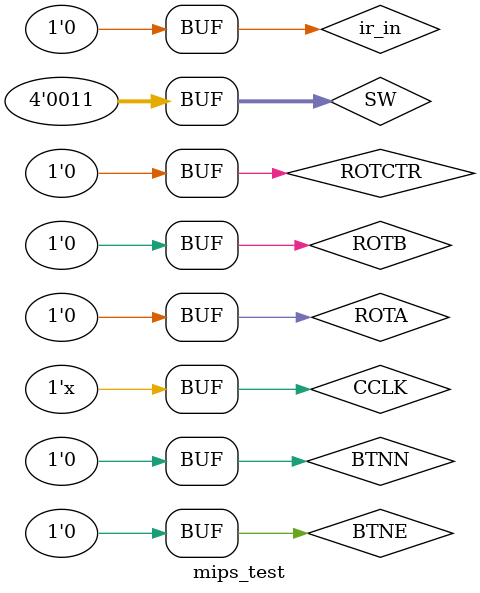
<source format=v>
`timescale 1ns / 1ps


module mips_test;

	// Inputs
	reg CCLK;
	reg [3:0] SW;
	reg BTNN;
	reg BTNE;
	reg BTNS;
	reg BTNW;
	reg ROTA;
	reg ROTB;
	reg ROTCTR;

	// Outputs
	wire [7:0] LED;
	wire LCDE;
	wire LCDRS;
	wire LCDRW;
	wire [3:0] LCDDAT;
	reg[31:0] count,count1;
	reg ir_in;
	// Instantiate the Unit Under Test (UUT)
	mips_top uut (
		.CCLK(CCLK), 
		.SW(SW), 
		.BTNN(BTNN), 
		.BTNE(BTNE), 
		.BTNS(BTNS), 
		.BTNW(BTNW), 
		.ROTA(ROTA), 
		.ROTB(ROTB), 
		.ROTCTR(ROTCTR), 
		.LED(LED), 
		.LCDE(LCDE), 
		.LCDRS(LCDRS), 
		.LCDRW(LCDRW), 
		.LCDDAT(LCDDAT)
	);
   //parameter count=0;
	initial begin
		// Initialize Inputs
		CCLK = 0;
		SW = 1011;
		BTNN = 0;
		BTNE = 0;
		BTNS = 0;
		BTNW = 0;
		ROTA = 0;
		ROTB = 0;
		ROTCTR = 0;
		count=0;
		count1=0;
		ir_in=0;
		// Wait 100 ns for global reset to finish
		#100;
      //count=1;
		
		// Add stimulus here
		

	end
	always begin
			CCLK = ~CCLK;
			count = count + 1;
			//count1 = count;
			BTNS =0;
			//BTNW=0;
			if(count == 32'h40) begin
				BTNS=1;
				count = 0;
				count1 = count1 + 1;
				if(count1 == 32'hA)begin
					BTNW=1;
					count1=0;
				end

				
				
				//count1 =0;
			end
			#10;
		end
      
endmodule


</source>
